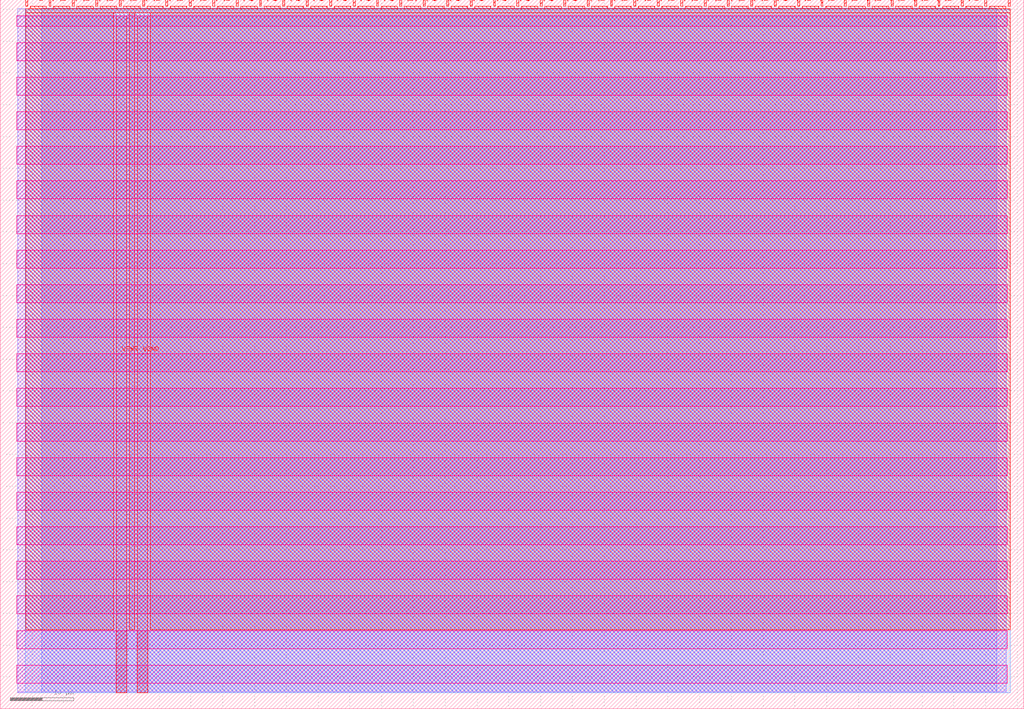
<source format=lef>
VERSION 5.7 ;
  NOWIREEXTENSIONATPIN ON ;
  DIVIDERCHAR "/" ;
  BUSBITCHARS "[]" ;
MACRO tt_um_calonso88_74181
  CLASS BLOCK ;
  FOREIGN tt_um_calonso88_74181 ;
  ORIGIN 0.000 0.000 ;
  SIZE 161.000 BY 111.520 ;
  PIN VGND
    DIRECTION INOUT ;
    USE GROUND ;
    PORT
      LAYER met4 ;
        RECT 21.580 2.480 23.180 109.040 ;
    END
  END VGND
  PIN VPWR
    DIRECTION INOUT ;
    USE POWER ;
    PORT
      LAYER met4 ;
        RECT 18.280 2.480 19.880 109.040 ;
    END
  END VPWR
  PIN clk
    DIRECTION INPUT ;
    USE SIGNAL ;
    ANTENNAGATEAREA 0.852000 ;
    PORT
      LAYER met4 ;
        RECT 154.870 110.520 155.170 111.520 ;
    END
  END clk
  PIN ena
    DIRECTION INPUT ;
    USE SIGNAL ;
    ANTENNAGATEAREA 0.196500 ;
    PORT
      LAYER met4 ;
        RECT 158.550 110.520 158.850 111.520 ;
    END
  END ena
  PIN rst_n
    DIRECTION INPUT ;
    USE SIGNAL ;
    ANTENNAGATEAREA 0.196500 ;
    PORT
      LAYER met4 ;
        RECT 151.190 110.520 151.490 111.520 ;
    END
  END rst_n
  PIN ui_in[0]
    DIRECTION INPUT ;
    USE SIGNAL ;
    ANTENNAGATEAREA 0.196500 ;
    PORT
      LAYER met4 ;
        RECT 147.510 110.520 147.810 111.520 ;
    END
  END ui_in[0]
  PIN ui_in[1]
    DIRECTION INPUT ;
    USE SIGNAL ;
    ANTENNAGATEAREA 0.196500 ;
    PORT
      LAYER met4 ;
        RECT 143.830 110.520 144.130 111.520 ;
    END
  END ui_in[1]
  PIN ui_in[2]
    DIRECTION INPUT ;
    USE SIGNAL ;
    ANTENNAGATEAREA 0.196500 ;
    PORT
      LAYER met4 ;
        RECT 140.150 110.520 140.450 111.520 ;
    END
  END ui_in[2]
  PIN ui_in[3]
    DIRECTION INPUT ;
    USE SIGNAL ;
    ANTENNAGATEAREA 0.196500 ;
    PORT
      LAYER met4 ;
        RECT 136.470 110.520 136.770 111.520 ;
    END
  END ui_in[3]
  PIN ui_in[4]
    DIRECTION INPUT ;
    USE SIGNAL ;
    ANTENNAGATEAREA 0.196500 ;
    PORT
      LAYER met4 ;
        RECT 132.790 110.520 133.090 111.520 ;
    END
  END ui_in[4]
  PIN ui_in[5]
    DIRECTION INPUT ;
    USE SIGNAL ;
    PORT
      LAYER met4 ;
        RECT 129.110 110.520 129.410 111.520 ;
    END
  END ui_in[5]
  PIN ui_in[6]
    DIRECTION INPUT ;
    USE SIGNAL ;
    PORT
      LAYER met4 ;
        RECT 125.430 110.520 125.730 111.520 ;
    END
  END ui_in[6]
  PIN ui_in[7]
    DIRECTION INPUT ;
    USE SIGNAL ;
    PORT
      LAYER met4 ;
        RECT 121.750 110.520 122.050 111.520 ;
    END
  END ui_in[7]
  PIN uio_in[0]
    DIRECTION INPUT ;
    USE SIGNAL ;
    PORT
      LAYER met4 ;
        RECT 118.070 110.520 118.370 111.520 ;
    END
  END uio_in[0]
  PIN uio_in[1]
    DIRECTION INPUT ;
    USE SIGNAL ;
    PORT
      LAYER met4 ;
        RECT 114.390 110.520 114.690 111.520 ;
    END
  END uio_in[1]
  PIN uio_in[2]
    DIRECTION INPUT ;
    USE SIGNAL ;
    PORT
      LAYER met4 ;
        RECT 110.710 110.520 111.010 111.520 ;
    END
  END uio_in[2]
  PIN uio_in[3]
    DIRECTION INPUT ;
    USE SIGNAL ;
    PORT
      LAYER met4 ;
        RECT 107.030 110.520 107.330 111.520 ;
    END
  END uio_in[3]
  PIN uio_in[4]
    DIRECTION INPUT ;
    USE SIGNAL ;
    PORT
      LAYER met4 ;
        RECT 103.350 110.520 103.650 111.520 ;
    END
  END uio_in[4]
  PIN uio_in[5]
    DIRECTION INPUT ;
    USE SIGNAL ;
    PORT
      LAYER met4 ;
        RECT 99.670 110.520 99.970 111.520 ;
    END
  END uio_in[5]
  PIN uio_in[6]
    DIRECTION INPUT ;
    USE SIGNAL ;
    PORT
      LAYER met4 ;
        RECT 95.990 110.520 96.290 111.520 ;
    END
  END uio_in[6]
  PIN uio_in[7]
    DIRECTION INPUT ;
    USE SIGNAL ;
    PORT
      LAYER met4 ;
        RECT 92.310 110.520 92.610 111.520 ;
    END
  END uio_in[7]
  PIN uio_oe[0]
    DIRECTION OUTPUT ;
    USE SIGNAL ;
    ANTENNADIFFAREA 0.445500 ;
    PORT
      LAYER met4 ;
        RECT 29.750 110.520 30.050 111.520 ;
    END
  END uio_oe[0]
  PIN uio_oe[1]
    DIRECTION OUTPUT ;
    USE SIGNAL ;
    ANTENNADIFFAREA 0.445500 ;
    PORT
      LAYER met4 ;
        RECT 26.070 110.520 26.370 111.520 ;
    END
  END uio_oe[1]
  PIN uio_oe[2]
    DIRECTION OUTPUT ;
    USE SIGNAL ;
    ANTENNADIFFAREA 0.445500 ;
    PORT
      LAYER met4 ;
        RECT 22.390 110.520 22.690 111.520 ;
    END
  END uio_oe[2]
  PIN uio_oe[3]
    DIRECTION OUTPUT ;
    USE SIGNAL ;
    ANTENNADIFFAREA 0.445500 ;
    PORT
      LAYER met4 ;
        RECT 18.710 110.520 19.010 111.520 ;
    END
  END uio_oe[3]
  PIN uio_oe[4]
    DIRECTION OUTPUT ;
    USE SIGNAL ;
    ANTENNADIFFAREA 0.445500 ;
    PORT
      LAYER met4 ;
        RECT 15.030 110.520 15.330 111.520 ;
    END
  END uio_oe[4]
  PIN uio_oe[5]
    DIRECTION OUTPUT ;
    USE SIGNAL ;
    ANTENNADIFFAREA 0.445500 ;
    PORT
      LAYER met4 ;
        RECT 11.350 110.520 11.650 111.520 ;
    END
  END uio_oe[5]
  PIN uio_oe[6]
    DIRECTION OUTPUT ;
    USE SIGNAL ;
    ANTENNADIFFAREA 0.445500 ;
    PORT
      LAYER met4 ;
        RECT 7.670 110.520 7.970 111.520 ;
    END
  END uio_oe[6]
  PIN uio_oe[7]
    DIRECTION OUTPUT ;
    USE SIGNAL ;
    ANTENNADIFFAREA 0.445500 ;
    PORT
      LAYER met4 ;
        RECT 3.990 110.520 4.290 111.520 ;
    END
  END uio_oe[7]
  PIN uio_out[0]
    DIRECTION OUTPUT ;
    USE SIGNAL ;
    ANTENNADIFFAREA 0.445500 ;
    PORT
      LAYER met4 ;
        RECT 59.190 110.520 59.490 111.520 ;
    END
  END uio_out[0]
  PIN uio_out[1]
    DIRECTION OUTPUT ;
    USE SIGNAL ;
    ANTENNADIFFAREA 0.445500 ;
    PORT
      LAYER met4 ;
        RECT 55.510 110.520 55.810 111.520 ;
    END
  END uio_out[1]
  PIN uio_out[2]
    DIRECTION OUTPUT ;
    USE SIGNAL ;
    ANTENNADIFFAREA 0.445500 ;
    PORT
      LAYER met4 ;
        RECT 51.830 110.520 52.130 111.520 ;
    END
  END uio_out[2]
  PIN uio_out[3]
    DIRECTION OUTPUT ;
    USE SIGNAL ;
    ANTENNADIFFAREA 0.445500 ;
    PORT
      LAYER met4 ;
        RECT 48.150 110.520 48.450 111.520 ;
    END
  END uio_out[3]
  PIN uio_out[4]
    DIRECTION OUTPUT ;
    USE SIGNAL ;
    ANTENNADIFFAREA 0.445500 ;
    PORT
      LAYER met4 ;
        RECT 44.470 110.520 44.770 111.520 ;
    END
  END uio_out[4]
  PIN uio_out[5]
    DIRECTION OUTPUT ;
    USE SIGNAL ;
    ANTENNADIFFAREA 0.445500 ;
    PORT
      LAYER met4 ;
        RECT 40.790 110.520 41.090 111.520 ;
    END
  END uio_out[5]
  PIN uio_out[6]
    DIRECTION OUTPUT ;
    USE SIGNAL ;
    ANTENNADIFFAREA 0.445500 ;
    PORT
      LAYER met4 ;
        RECT 37.110 110.520 37.410 111.520 ;
    END
  END uio_out[6]
  PIN uio_out[7]
    DIRECTION OUTPUT ;
    USE SIGNAL ;
    ANTENNADIFFAREA 0.445500 ;
    PORT
      LAYER met4 ;
        RECT 33.430 110.520 33.730 111.520 ;
    END
  END uio_out[7]
  PIN uo_out[0]
    DIRECTION OUTPUT ;
    USE SIGNAL ;
    ANTENNADIFFAREA 0.445500 ;
    PORT
      LAYER met4 ;
        RECT 88.630 110.520 88.930 111.520 ;
    END
  END uo_out[0]
  PIN uo_out[1]
    DIRECTION OUTPUT ;
    USE SIGNAL ;
    ANTENNADIFFAREA 0.445500 ;
    PORT
      LAYER met4 ;
        RECT 84.950 110.520 85.250 111.520 ;
    END
  END uo_out[1]
  PIN uo_out[2]
    DIRECTION OUTPUT ;
    USE SIGNAL ;
    ANTENNADIFFAREA 0.445500 ;
    PORT
      LAYER met4 ;
        RECT 81.270 110.520 81.570 111.520 ;
    END
  END uo_out[2]
  PIN uo_out[3]
    DIRECTION OUTPUT ;
    USE SIGNAL ;
    ANTENNADIFFAREA 0.795200 ;
    PORT
      LAYER met4 ;
        RECT 77.590 110.520 77.890 111.520 ;
    END
  END uo_out[3]
  PIN uo_out[4]
    DIRECTION OUTPUT ;
    USE SIGNAL ;
    ANTENNADIFFAREA 0.445500 ;
    PORT
      LAYER met4 ;
        RECT 73.910 110.520 74.210 111.520 ;
    END
  END uo_out[4]
  PIN uo_out[5]
    DIRECTION OUTPUT ;
    USE SIGNAL ;
    ANTENNADIFFAREA 0.445500 ;
    PORT
      LAYER met4 ;
        RECT 70.230 110.520 70.530 111.520 ;
    END
  END uo_out[5]
  PIN uo_out[6]
    DIRECTION OUTPUT ;
    USE SIGNAL ;
    ANTENNADIFFAREA 0.445500 ;
    PORT
      LAYER met4 ;
        RECT 66.550 110.520 66.850 111.520 ;
    END
  END uo_out[6]
  PIN uo_out[7]
    DIRECTION OUTPUT ;
    USE SIGNAL ;
    ANTENNADIFFAREA 0.445500 ;
    PORT
      LAYER met4 ;
        RECT 62.870 110.520 63.170 111.520 ;
    END
  END uo_out[7]
  OBS
      LAYER nwell ;
        RECT 2.570 107.385 158.430 108.990 ;
        RECT 2.570 101.945 158.430 104.775 ;
        RECT 2.570 96.505 158.430 99.335 ;
        RECT 2.570 91.065 158.430 93.895 ;
        RECT 2.570 85.625 158.430 88.455 ;
        RECT 2.570 80.185 158.430 83.015 ;
        RECT 2.570 74.745 158.430 77.575 ;
        RECT 2.570 69.305 158.430 72.135 ;
        RECT 2.570 63.865 158.430 66.695 ;
        RECT 2.570 58.425 158.430 61.255 ;
        RECT 2.570 52.985 158.430 55.815 ;
        RECT 2.570 47.545 158.430 50.375 ;
        RECT 2.570 42.105 158.430 44.935 ;
        RECT 2.570 36.665 158.430 39.495 ;
        RECT 2.570 31.225 158.430 34.055 ;
        RECT 2.570 25.785 158.430 28.615 ;
        RECT 2.570 20.345 158.430 23.175 ;
        RECT 2.570 14.905 158.430 17.735 ;
        RECT 2.570 9.465 158.430 12.295 ;
        RECT 2.570 4.025 158.430 6.855 ;
      LAYER li1 ;
        RECT 2.760 2.635 158.240 108.885 ;
      LAYER met1 ;
        RECT 2.760 2.480 158.240 110.120 ;
      LAYER met2 ;
        RECT 6.540 2.535 156.770 110.150 ;
      LAYER met3 ;
        RECT 3.950 2.555 158.890 109.985 ;
      LAYER met4 ;
        RECT 4.690 110.120 7.270 110.520 ;
        RECT 8.370 110.120 10.950 110.520 ;
        RECT 12.050 110.120 14.630 110.520 ;
        RECT 15.730 110.120 18.310 110.520 ;
        RECT 19.410 110.120 21.990 110.520 ;
        RECT 23.090 110.120 25.670 110.520 ;
        RECT 26.770 110.120 29.350 110.520 ;
        RECT 30.450 110.120 33.030 110.520 ;
        RECT 34.130 110.120 36.710 110.520 ;
        RECT 37.810 110.120 40.390 110.520 ;
        RECT 41.490 110.120 44.070 110.520 ;
        RECT 45.170 110.120 47.750 110.520 ;
        RECT 48.850 110.120 51.430 110.520 ;
        RECT 52.530 110.120 55.110 110.520 ;
        RECT 56.210 110.120 58.790 110.520 ;
        RECT 59.890 110.120 62.470 110.520 ;
        RECT 63.570 110.120 66.150 110.520 ;
        RECT 67.250 110.120 69.830 110.520 ;
        RECT 70.930 110.120 73.510 110.520 ;
        RECT 74.610 110.120 77.190 110.520 ;
        RECT 78.290 110.120 80.870 110.520 ;
        RECT 81.970 110.120 84.550 110.520 ;
        RECT 85.650 110.120 88.230 110.520 ;
        RECT 89.330 110.120 91.910 110.520 ;
        RECT 93.010 110.120 95.590 110.520 ;
        RECT 96.690 110.120 99.270 110.520 ;
        RECT 100.370 110.120 102.950 110.520 ;
        RECT 104.050 110.120 106.630 110.520 ;
        RECT 107.730 110.120 110.310 110.520 ;
        RECT 111.410 110.120 113.990 110.520 ;
        RECT 115.090 110.120 117.670 110.520 ;
        RECT 118.770 110.120 121.350 110.520 ;
        RECT 122.450 110.120 125.030 110.520 ;
        RECT 126.130 110.120 128.710 110.520 ;
        RECT 129.810 110.120 132.390 110.520 ;
        RECT 133.490 110.120 136.070 110.520 ;
        RECT 137.170 110.120 139.750 110.520 ;
        RECT 140.850 110.120 143.430 110.520 ;
        RECT 144.530 110.120 147.110 110.520 ;
        RECT 148.210 110.120 150.790 110.520 ;
        RECT 151.890 110.120 154.470 110.520 ;
        RECT 155.570 110.120 158.150 110.520 ;
        RECT 3.975 109.440 158.865 110.120 ;
        RECT 3.975 12.415 17.880 109.440 ;
        RECT 20.280 12.415 21.180 109.440 ;
        RECT 23.580 12.415 158.865 109.440 ;
  END
END tt_um_calonso88_74181
END LIBRARY


</source>
